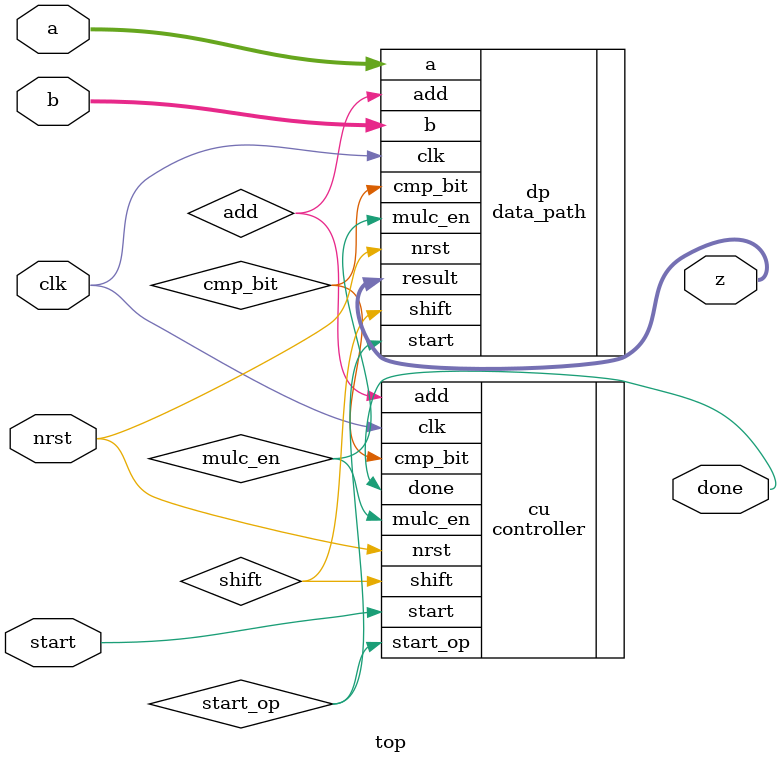
<source format=v>
module top
	#(parameter M = 8,
		    CBIT = 4 // log2(M)+1
	)
	(
		input clk, nrst,
		input [M-1:0] a, b,
		input start,
		output done,
		output [2*M-1:0] z
	);
	
	wire shift;
	wire add, cmp_bit, start_op, mulc_en;

	data_path #(.M(M)) dp 
		(.clk(clk), .nrst(nrst), .a(a), .b(b), .start(start_op), .mulc_en(mulc_en), .shift(shift),
		 .add(add), .cmp_bit(cmp_bit), .result(z)
		);
	controller #(.M(M), .CBIT(CBIT)) cu 
		(.clk(clk), .nrst(nrst), .start(start), .cmp_bit(cmp_bit), .shift(shift),
		 .add(add), .start_op(start_op), .mulc_en(mulc_en), .done(done)
		);

endmodule

</source>
